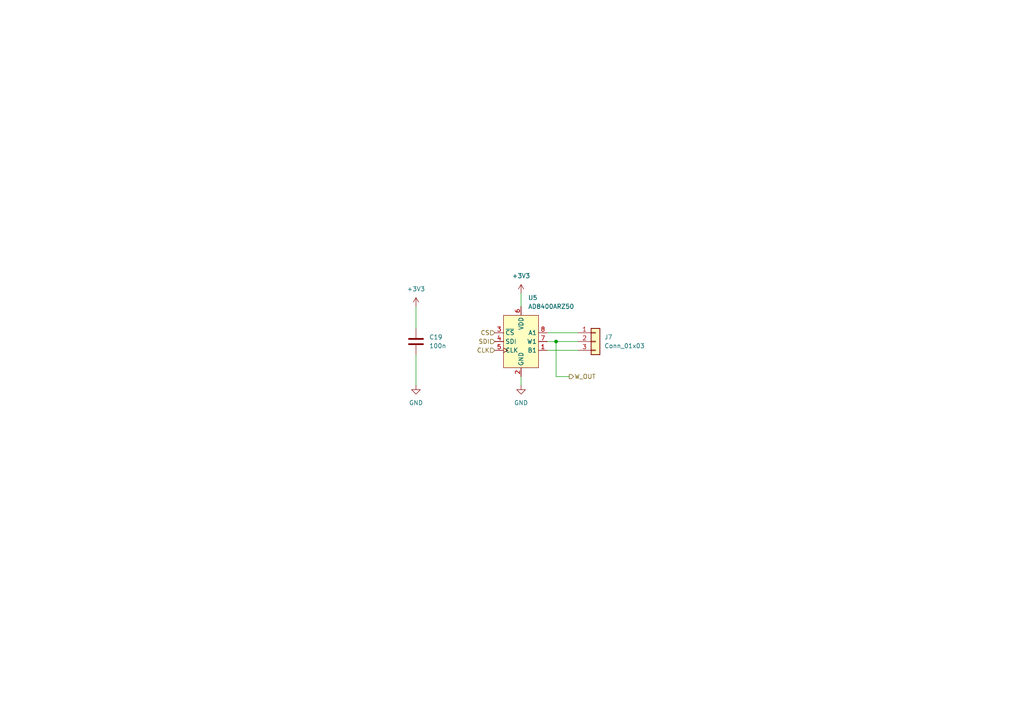
<source format=kicad_sch>
(kicad_sch (version 20211123) (generator eeschema)
  (paper "A4")
  (lib_symbols
    (symbol "Connector_Generic:Conn_01x03" (pin_names (offset 1.016) hide)
      (property "Reference" "J" (at 0 5.08 0))
      (property "Value" "Conn_01x03" (at 0 -5.08 0))
      (symbol "Conn_01x03_1_1"
        (rectangle (start -1.27 -2.413) (end 0 -2.667) (stroke (width 0.1524)))
        (rectangle (start -1.27 0.127) (end 0 -0.127) (stroke (width 0.1524)))
        (rectangle (start -1.27 2.667) (end 0 2.413) (stroke (width 0.1524)))
        (rectangle (start -1.27 3.81) (end 1.27 -3.81) (stroke (width 0.254)) (fill (type background)))
        (pin passive line (at -5.08 2.54 0) (length 3.81) (name "Pin_1") (number "1"))
        (pin passive line (at -5.08 0 0) (length 3.81) (name "Pin_2") (number "2"))
        (pin passive line (at -5.08 -2.54 0) (length 3.81) (name "Pin_3") (number "3"))
      )
    )
    (symbol "Device:C" (pin_numbers hide) (pin_names (offset 0.254))
      (property "Reference" "C" (at 0.635 2.54 0))
      (property "Value" "C" (at 0.635 -2.54 0))
      (symbol "C_0_1"
        (polyline (pts (xy -2.032 -0.762) (xy 2.032 -0.762)) (stroke (width 0.508)))
        (polyline (pts (xy -2.032 0.762) (xy 2.032 0.762)) (stroke (width 0.508)))
      )
      (symbol "C_1_1"
        (pin passive line (at 0 3.81 270) (length 2.794) (name "~") (number "1"))
        (pin passive line (at 0 -3.81 90) (length 2.794) (name "~") (number "2"))
      )
    )
    (symbol "New_Library:AD8400ARZ50"
      (property "Reference" "U" (at 7.62 -7.62 0))
      (property "Value" "AD8400ARZ50" (at 5.08 10.16 0))
      (symbol "AD8400ARZ50_0_1"
        (rectangle (start -5.08 7.62) (end 5.08 -7.62) (stroke (width 0.1524)) (fill (type background)))
      )
      (symbol "AD8400ARZ50_1_1"
        (pin passive line (at 7.62 -2.54 180) (length 2.54) (name "B1") (number "1"))
        (pin power_in line (at 0 -10.16 90) (length 2.54) (name "GND") (number "2"))
        (pin input line (at -7.62 2.54 0) (length 2.54) (name "~{CS}") (number "3"))
        (pin input line (at -7.62 0 0) (length 2.54) (name "SDI") (number "4"))
        (pin input clock (at -7.62 -2.54 0) (length 2.54) (name "CLK") (number "5"))
        (pin power_in line (at 0 10.16 270) (length 2.54) (name "VDD") (number "6"))
        (pin passive line (at 7.62 0 180) (length 2.54) (name "W1") (number "7"))
        (pin passive line (at 7.62 2.54 180) (length 2.54) (name "A1") (number "8"))
      )
    )
    (symbol "power:+3V3" (power) (pin_names (offset 0))
      (property "Value" "+3V3" (at 0 3.556 0))
      (symbol "+3V3_0_1"
        (polyline (pts (xy -0.762 1.27) (xy 0 2.54)))
        (polyline (pts (xy 0 0) (xy 0 2.54)))
        (polyline (pts (xy 0 2.54) (xy 0.762 1.27)))
      )
      (symbol "+3V3_1_1"
        (pin power_in line (at 0 0 90) (length 0) hide (name "+3V3") (number "1"))
      )
    )
    (symbol "power:GND" (power) (pin_names (offset 0))
      (property "Value" "GND" (at 0 -3.81 0))
      (symbol "GND_0_1"
        (polyline (pts (xy 0 0) (xy 0 -1.27) (xy 1.27 -1.27) (xy 0 -2.54) (xy -1.27 -1.27) (xy 0 -1.27)))
      )
      (symbol "GND_1_1"
        (pin power_in line (at 0 0 270) (length 0) hide (name "GND") (number "1"))
      )
    )
  )
  (junction (at 161.29 99.06))
  (wire (pts (xy 158.75 101.6) (xy 167.64 101.6)))
  (wire (pts (xy 161.29 99.06) (xy 167.64 99.06)))
  (wire (pts (xy 151.13 109.22) (xy 151.13 111.76)))
  (wire (pts (xy 120.65 88.9) (xy 120.65 95.25)))
  (wire (pts (xy 165.1 109.22) (xy 161.29 109.22)))
  (wire (pts (xy 120.65 102.87) (xy 120.65 111.76)))
  (wire (pts (xy 151.13 85.09) (xy 151.13 88.9)))
  (wire (pts (xy 158.75 99.06) (xy 161.29 99.06)))
  (wire (pts (xy 158.75 96.52) (xy 167.64 96.52)))
  (wire (pts (xy 161.29 99.06) (xy 161.29 109.22)))
  (hierarchical_label "SDI" (shape input) (at 143.51 99.06 180))
  (hierarchical_label "CLK" (shape input) (at 143.51 101.6 180))
  (hierarchical_label "W_OUT" (shape output) (at 165.1 109.22 0))
  (hierarchical_label "CS" (shape input) (at 143.51 96.52 180))
  (symbol (lib_id "power:+3V3") (at 120.65 88.9 0) (unit 1)
    (property "Reference" "#PWR058" (effects hide))
    (property "Value" "+3V3" (at 120.65 83.82 0))
  )
  (symbol (lib_id "Device:C") (at 120.65 99.06 0) (unit 1)
    (property "Reference" "C19" (at 124.46 97.7899 0) (effects (justify left)))
    (property "Value" "100n" (at 124.46 100.3299 0) (effects (justify left)))
    (property "Footprint" "Capacitor_SMD:C_0603_1608Metric" (effects hide))
  )
  (symbol (lib_id "power:+3V3") (at 151.13 85.09 0) (unit 1)
    (property "Reference" "#PWR060" (effects hide))
    (property "Value" "+3V3" (at 151.13 80.01 0))
  )
  (symbol (lib_id "power:GND") (at 120.65 111.76 0) (unit 1)
    (property "Reference" "#PWR059" (effects hide))
    (property "Value" "GND" (at 120.65 116.84 0))
  )
  (symbol (lib_id "Connector_Generic:Conn_01x03") (at 172.72 99.06 0) (unit 1)
    (property "Reference" "J7" (at 175.26 97.7899 0) (effects (justify left)))
    (property "Value" "Conn_01x03" (at 175.26 100.3299 0) (effects (justify left)))
    (property "Footprint" "Connector_PinHeader_2.54mm:PinHeader_1x03_P2.54mm_Vertical" (effects hide))
  )
  (symbol (lib_id "power:GND") (at 151.13 111.76 0) (unit 1)
    (property "Reference" "#PWR061" (effects hide))
    (property "Value" "GND" (at 151.13 116.84 0))
  )
  (symbol (lib_id "New_Library:AD8400ARZ50") (at 151.13 99.06 0) (unit 1)
    (property "Reference" "U5" (at 153.1494 86.36 0) (effects (justify left)))
    (property "Value" "AD8400ARZ50" (at 153.1494 88.9 0) (effects (justify left)))
    (property "Footprint" "Package_SO:SOP-8_3.9x4.9mm_P1.27mm" (effects hide))
  )
)
</source>
